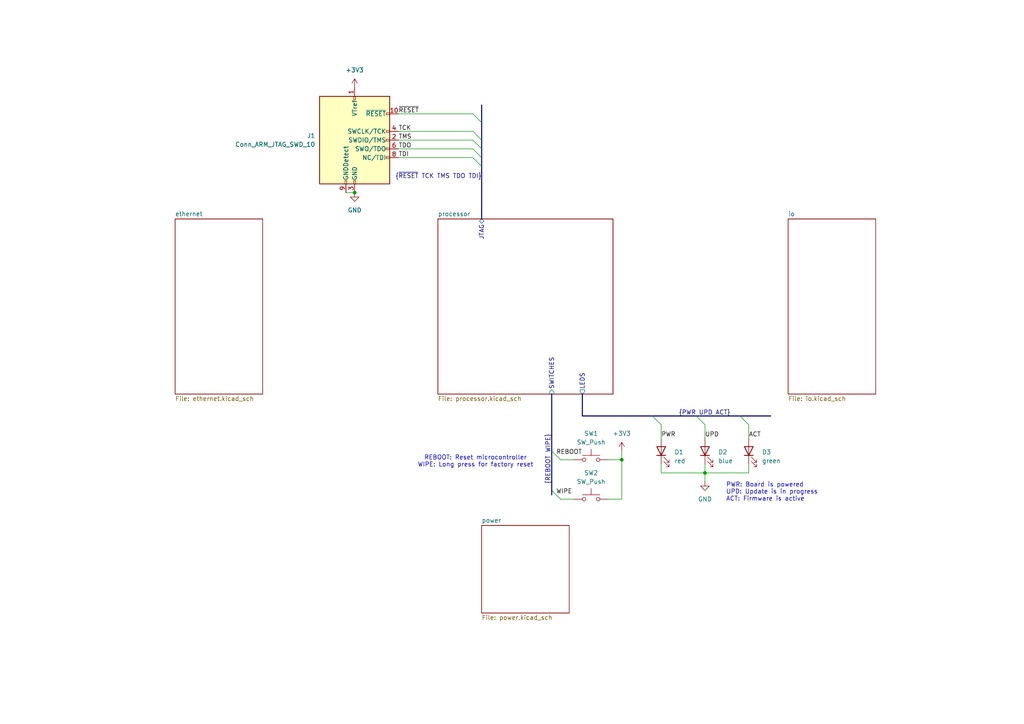
<source format=kicad_sch>
(kicad_sch (version 20231120) (generator "eeschema") (generator_version "8.0")
  (paper "A4")
  (lib_symbols
    (symbol "Connector:Conn_ARM_JTAG_SWD_10" (pin_names (offset 1.016))
      (property "Reference" "J" (at -2.54 16.51 0))
      (property "Value" "Conn_ARM_JTAG_SWD_10" (at -2.54 13.97 0))
      (symbol "Conn_ARM_JTAG_SWD_10_0_1"
        (rectangle (start -10.16 12.7) (end 10.16 -12.7) (stroke (width 0.254)) (fill (type background)))
        (rectangle (start -2.794 -12.7) (end -2.286 -11.684))
        (rectangle (start -0.254 -12.7) (end 0.254 -11.684))
        (rectangle (start -0.254 12.7) (end 0.254 11.684))
        (rectangle (start 9.144 2.286) (end 10.16 2.794))
        (rectangle (start 10.16 -2.794) (end 9.144 -2.286))
        (rectangle (start 10.16 -0.254) (end 9.144 0.254))
        (rectangle (start 10.16 7.874) (end 9.144 7.366))
      )
      (symbol "Conn_ARM_JTAG_SWD_10_1_1"
        (rectangle (start 9.144 -5.334) (end 10.16 -4.826))
        (pin power_in line (at 0 15.24 270) (length 2.54) (name "VTref") (number "1"))
        (pin open_collector line (at 12.7 7.62 180) (length 2.54) (name "~{RESET}") (number "10"))
        (pin bidirectional line (at 12.7 0 180) (length 2.54) (name "SWDIO/TMS") (number "2"))
        (pin power_in line (at 0 -15.24 90) (length 2.54) (name "GND") (number "3"))
        (pin output line (at 12.7 2.54 180) (length 2.54) (name "SWCLK/TCK") (number "4"))
        (pin passive line (at 0 -15.24 90) (length 2.54) hide (name "GND") (number "5"))
        (pin input line (at 12.7 -2.54 180) (length 2.54) (name "SWO/TDO") (number "6"))
        (pin no_connect line (at -10.16 0 0) (length 2.54) hide (name "KEY") (number "7"))
        (pin output line (at 12.7 -5.08 180) (length 2.54) (name "NC/TDI") (number "8"))
        (pin passive line (at -2.54 -15.24 90) (length 2.54) (name "GNDDetect") (number "9"))
      )
    )
    (symbol "Device:LED" (pin_numbers hide) (pin_names (offset 1.016) hide)
      (property "Reference" "D" (at 0 2.54 0))
      (property "Value" "LED" (at 0 -2.54 0))
      (symbol "LED_0_1"
        (polyline (pts (xy -1.27 -1.27) (xy -1.27 1.27)) (stroke (width 0.254)))
        (polyline (pts (xy -1.27 0) (xy 1.27 0)))
        (polyline (pts (xy 1.27 -1.27) (xy 1.27 1.27) (xy -1.27 0) (xy 1.27 -1.27)) (stroke (width 0.254)))
        (polyline (pts (xy -3.048 -0.762) (xy -4.572 -2.286) (xy -3.81 -2.286) (xy -4.572 -2.286) (xy -4.572 -1.524)))
        (polyline (pts (xy -1.778 -0.762) (xy -3.302 -2.286) (xy -2.54 -2.286) (xy -3.302 -2.286) (xy -3.302 -1.524)))
      )
      (symbol "LED_1_1"
        (pin passive line (at -3.81 0 0) (length 2.54) (name "K") (number "1"))
        (pin passive line (at 3.81 0 180) (length 2.54) (name "A") (number "2"))
      )
    )
    (symbol "Switch:SW_Push" (pin_numbers hide) (pin_names (offset 1.016) hide)
      (property "Reference" "SW" (at 1.27 2.54 0))
      (property "Value" "SW_Push" (at 0 -1.524 0))
      (symbol "SW_Push_0_1"
        (circle (center -2.032 0) (radius 0.508))
        (polyline (pts (xy 0 1.27) (xy 0 3.048)))
        (polyline (pts (xy 2.54 1.27) (xy -2.54 1.27)))
        (circle (center 2.032 0) (radius 0.508))
        (pin passive line (at -5.08 0 0) (length 2.54) (name "1") (number "1"))
        (pin passive line (at 5.08 0 180) (length 2.54) (name "2") (number "2"))
      )
    )
    (symbol "power:+3V3" (power) (pin_numbers hide) (pin_names (offset 0) hide)
      (property "Value" "+3V3" (at 0 3.556 0))
      (symbol "+3V3_0_1"
        (polyline (pts (xy -0.762 1.27) (xy 0 2.54)))
        (polyline (pts (xy 0 0) (xy 0 2.54)))
        (polyline (pts (xy 0 2.54) (xy 0.762 1.27)))
      )
      (symbol "+3V3_1_1"
        (pin power_in line (at 0 0 90) (length 0) (name "~") (number "1"))
      )
    )
    (symbol "power:GND" (power) (pin_numbers hide) (pin_names (offset 0) hide)
      (property "Value" "GND" (at 0 -3.81 0))
      (symbol "GND_0_1"
        (polyline (pts (xy 0 0) (xy 0 -1.27) (xy 1.27 -1.27) (xy 0 -2.54) (xy -1.27 -1.27) (xy 0 -1.27)))
      )
      (symbol "GND_1_1"
        (pin power_in line (at 0 0 270) (length 0) (name "~") (number "1"))
      )
    )
  )
  (junction (at 204.47 137.16))
  (junction (at 180.34 133.35))
  (junction (at 102.87 55.88))
  (bus_entry (at 139.7 45.72) (size -2.54 -2.54))
  (bus_entry (at 160.02 130.81) (size 2.54 2.54))
  (bus_entry (at 201.93 120.65) (size 2.54 2.54))
  (bus_entry (at 139.7 48.26) (size -2.54 -2.54))
  (bus_entry (at 139.7 43.18) (size -2.54 -2.54))
  (bus_entry (at 160.02 142.24) (size 2.54 2.54))
  (bus_entry (at 189.23 120.65) (size 2.54 2.54))
  (bus_entry (at 139.7 35.56) (size -2.54 -2.54))
  (bus_entry (at 139.7 40.64) (size -2.54 -2.54))
  (bus_entry (at 214.63 120.65) (size 2.54 2.54))
  (wire (pts (xy 204.47 137.16) (xy 204.47 139.7)))
  (bus (pts (xy 139.7 40.64) (xy 139.7 43.18)))
  (wire (pts (xy 204.47 134.62) (xy 204.47 137.16)))
  (bus (pts (xy 139.7 35.56) (xy 139.7 40.64)))
  (bus (pts (xy 160.02 114.3) (xy 160.02 130.81)))
  (bus (pts (xy 189.23 120.65) (xy 201.93 120.65)))
  (wire (pts (xy 115.57 45.72) (xy 137.16 45.72)))
  (wire (pts (xy 180.34 133.35) (xy 180.34 144.78)))
  (wire (pts (xy 191.77 137.16) (xy 204.47 137.16)))
  (bus (pts (xy 139.7 48.26) (xy 139.7 63.5)))
  (wire (pts (xy 100.33 55.88) (xy 102.87 55.88)))
  (bus (pts (xy 139.7 43.18) (xy 139.7 45.72)))
  (wire (pts (xy 176.53 144.78) (xy 180.34 144.78)))
  (wire (pts (xy 115.57 40.64) (xy 137.16 40.64)))
  (wire (pts (xy 217.17 123.19) (xy 217.17 127)))
  (wire (pts (xy 180.34 133.35) (xy 180.34 130.81)))
  (wire (pts (xy 115.57 38.1) (xy 137.16 38.1)))
  (bus (pts (xy 160.02 142.24) (xy 160.02 143.51)))
  (bus (pts (xy 139.7 45.72) (xy 139.7 48.26)))
  (wire (pts (xy 217.17 134.62) (xy 217.17 137.16)))
  (wire (pts (xy 217.17 137.16) (xy 204.47 137.16)))
  (wire (pts (xy 191.77 123.19) (xy 191.77 127)))
  (wire (pts (xy 191.77 134.62) (xy 191.77 137.16)))
  (bus (pts (xy 160.02 130.81) (xy 160.02 142.24)))
  (bus (pts (xy 139.7 30.48) (xy 139.7 35.56)))
  (bus (pts (xy 168.91 120.65) (xy 189.23 120.65)))
  (wire (pts (xy 162.56 133.35) (xy 166.37 133.35)))
  (wire (pts (xy 204.47 123.19) (xy 204.47 127)))
  (wire (pts (xy 176.53 133.35) (xy 180.34 133.35)))
  (wire (pts (xy 162.56 144.78) (xy 166.37 144.78)))
  (bus (pts (xy 201.93 120.65) (xy 214.63 120.65)))
  (bus (pts (xy 168.91 114.3) (xy 168.91 120.65)))
  (bus (pts (xy 214.63 120.65) (xy 223.52 120.65)))
  (wire (pts (xy 115.57 33.02) (xy 137.16 33.02)))
  (wire (pts (xy 115.57 43.18) (xy 137.16 43.18)))
  (text "PWR: Board is powered\nUPD: Update is in progress\nACT: Firmware is active" (at 210.566 142.748 0) (effects (font (size 1.27 1.27)) (justify left)))
  (text "REBOOT: Reset microcontroller\nWIPE: Long press for factory reset" (at 137.922 133.858 0) (effects (font (size 1.27 1.27))))
  (label "{REBOOT WIPE}" (at 160.02 125.73 270))
  (label "UPD" (at 204.47 127 0))
  (label "~{RESET}" (at 115.57 33.02 0))
  (label "TDI" (at 115.57 45.72 0))
  (label "{PWR UPD ACT}" (at 196.85 120.65 0))
  (label "PWR" (at 191.77 127 0))
  (label "ACT" (at 217.17 127 0))
  (label "TCK" (at 115.57 38.1 0))
  (label "{~{RESET} TCK TMS TDO TDI}" (at 139.7 52.07 180))
  (label "REBOOT" (at 161.29 132.08 0))
  (label "TMS" (at 115.57 40.64 0))
  (label "WIPE" (at 161.29 143.51 0))
  (label "TDO" (at 115.57 43.18 0))
  (symbol (lib_id "Switch:SW_Push") (at 171.45 133.35 0) (unit 1)
    (property "Reference" "SW1" (at 171.45 125.73 0))
    (property "Value" "SW_Push" (at 171.45 128.27 0))
    (property "Footprint" "Button_Switch_SMD:SW_SPST_TL3305B" (effects (hide yes)))
    (property "Datasheet" "https://www.e-switch.com/wp-content/uploads/2024/08/TL3305.pdf" (effects (hide yes)))
    (property "Description" "REBOOT" (effects (hide yes)))
    (property "MPN" "TL3305BF260QG" (effects (hide yes)))
    (property "Manufacturer" "E-Switch" (effects (hide yes)))
  )
  (symbol (lib_id "Switch:SW_Push") (at 171.45 144.78 0) (unit 1)
    (property "Reference" "SW2" (at 171.45 137.16 0))
    (property "Value" "SW_Push" (at 171.45 139.7 0))
    (property "Footprint" "Button_Switch_SMD:SW_SPST_TL3305B" (effects (hide yes)))
    (property "Datasheet" "https://www.e-switch.com/wp-content/uploads/2024/08/TL3305.pdf" (effects (hide yes)))
    (property "Description" "WIPE" (effects (hide yes)))
    (property "MPN" "TL3305BF260QG" (effects (hide yes)))
    (property "Manufacturer" "E-Switch" (effects (hide yes)))
  )
  (symbol (lib_id "Device:LED") (at 204.47 130.81 90) (unit 1)
    (property "Reference" "D2" (at 208.28 131.1274 90) (effects (justify right)))
    (property "Value" "blue" (at 208.28 133.6674 90) (effects (justify right)))
    (property "Footprint" "LED_SMD:LED_1206_3216Metric" (effects (hide yes)))
    (property "Datasheet" "https://s3-us-west-2.amazonaws.com/catsy.557/Dialight_CBI_data_598-1206_Apr2018.pdf" (effects (hide yes)))
    (property "Description" "UPD" (effects (hide yes)))
    (property "MPN" "598-8291-107F" (effects (hide yes)))
    (property "Manufacturer" "Dialight" (effects (hide yes)))
  )
  (symbol (lib_id "power:+3V3") (at 180.34 130.81 0) (unit 1)
    (property "Reference" "#PWR04" (effects (hide yes)))
    (property "Value" "+3V3" (at 180.34 125.73 0))
    (property "Description" "Power symbol creates a global label with name \"+3V3\"" (effects (hide yes)))
  )
  (symbol (lib_id "Connector:Conn_ARM_JTAG_SWD_10") (at 102.87 40.64 0) (unit 1)
    (property "Reference" "J1" (at 91.44 39.3699 0) (effects (justify right)))
    (property "Value" "Conn_ARM_JTAG_SWD_10" (at 91.44 41.9099 0) (effects (justify right)))
    (property "Datasheet" "https://mm.digikey.com/Volume0/opasdata/d220001/medias/docus/6209/ftsh-1xx-xx-xxx-dv-xxx-xxx-x-xx-mkt.pdf" (effects (hide yes)))
    (property "Description" "JTAG" (effects (hide yes)))
    (property "MPN" "FTSH-105-01-L-DV-007-K-TR" (effects (hide yes)))
    (property "Manufacturer" "samtec" (effects (hide yes)))
  )
  (symbol (lib_id "Device:LED") (at 217.17 130.81 90) (unit 1)
    (property "Reference" "D3" (at 220.98 131.1274 90) (effects (justify right)))
    (property "Value" "green" (at 220.98 133.6674 90) (effects (justify right)))
    (property "Footprint" "LED_SMD:LED_1206_3216Metric" (effects (hide yes)))
    (property "Datasheet" "https://s3-us-west-2.amazonaws.com/catsy.557/Dialight_CBI_data_598-1206_Apr2018.pdf" (effects (hide yes)))
    (property "Description" "ACT" (effects (hide yes)))
    (property "MPN" "598-8270-107F" (effects (hide yes)))
    (property "Manufacturer" "Dialight" (effects (hide yes)))
  )
  (symbol (lib_id "power:GND") (at 102.87 55.88 0) (unit 1)
    (property "Reference" "#PWR02" (effects (hide yes)))
    (property "Value" "GND" (at 102.87 60.96 0))
    (property "Description" "Power symbol creates a global label with name \"GND\" , ground" (effects (hide yes)))
  )
  (symbol (lib_id "power:GND") (at 204.47 139.7 0) (unit 1)
    (property "Reference" "#PWR03" (effects (hide yes)))
    (property "Value" "GND" (at 204.47 144.78 0))
    (property "Description" "Power symbol creates a global label with name \"GND\" , ground" (effects (hide yes)))
  )
  (symbol (lib_id "power:+3V3") (at 102.87 25.4 0) (unit 1)
    (property "Reference" "#PWR01" (effects (hide yes)))
    (property "Value" "+3V3" (at 102.87 20.32 0))
    (property "Description" "Power symbol creates a global label with name \"+3V3\"" (effects (hide yes)))
  )
  (symbol (lib_id "Device:LED") (at 191.77 130.81 90) (unit 1)
    (property "Reference" "D1" (at 195.58 131.1274 90) (effects (justify right)))
    (property "Value" "red" (at 195.58 133.6674 90) (effects (justify right)))
    (property "Footprint" "LED_SMD:LED_1206_3216Metric" (effects (hide yes)))
    (property "Datasheet" "https://s3-us-west-2.amazonaws.com/catsy.557/Dialight_CBI_data_598-1206_Apr2018.pdf" (effects (hide yes)))
    (property "Description" "PWR" (effects (hide yes)))
    (property "MPN" "598-8210-107F" (effects (hide yes)))
    (property "Manufacturer" "Dialight" (effects (hide yes)))
  )
  (sheet (at 50.8 63.5) (size 25.4 50.8) (stroke (width 0.1524))
    (property "Sheetname" "ethernet" (at 50.8 62.7884 0) (effects (justify left bottom)))
    (property "Sheetfile" "ethernet.kicad_sch" (at 50.8 114.8846 0) (effects (justify left top)))
  )
  (sheet (at 228.6 63.5) (size 25.4 50.8) (stroke (width 0.1524))
    (property "Sheetname" "io" (at 228.6 62.7884 0) (effects (justify left bottom)))
    (property "Sheetfile" "io.kicad_sch" (at 228.6 114.8846 0) (effects (justify left top)))
  )
  (sheet (at 127 63.5) (size 50.8 50.8) (stroke (width 0.1524))
    (property "Sheetname" "processor" (at 127 62.7884 0) (effects (justify left bottom)))
    (property "Sheetfile" "processor.kicad_sch" (at 127 114.8846 0) (effects (justify left top)))
    (pin "JTAG" bidirectional (at 139.7 63.5 90))
    (pin "LEDS" output (at 168.91 114.3 270))
    (pin "SWITCHES" input (at 160.02 114.3 270))
  )
  (sheet (at 139.7 152.4) (size 25.4 25.4) (stroke (width 0.1524))
    (property "Sheetname" "power" (at 139.7 151.6884 0) (effects (justify left bottom)))
    (property "Sheetfile" "power.kicad_sch" (at 139.7 178.3846 0) (effects (justify left top)))
  )
)
</source>
